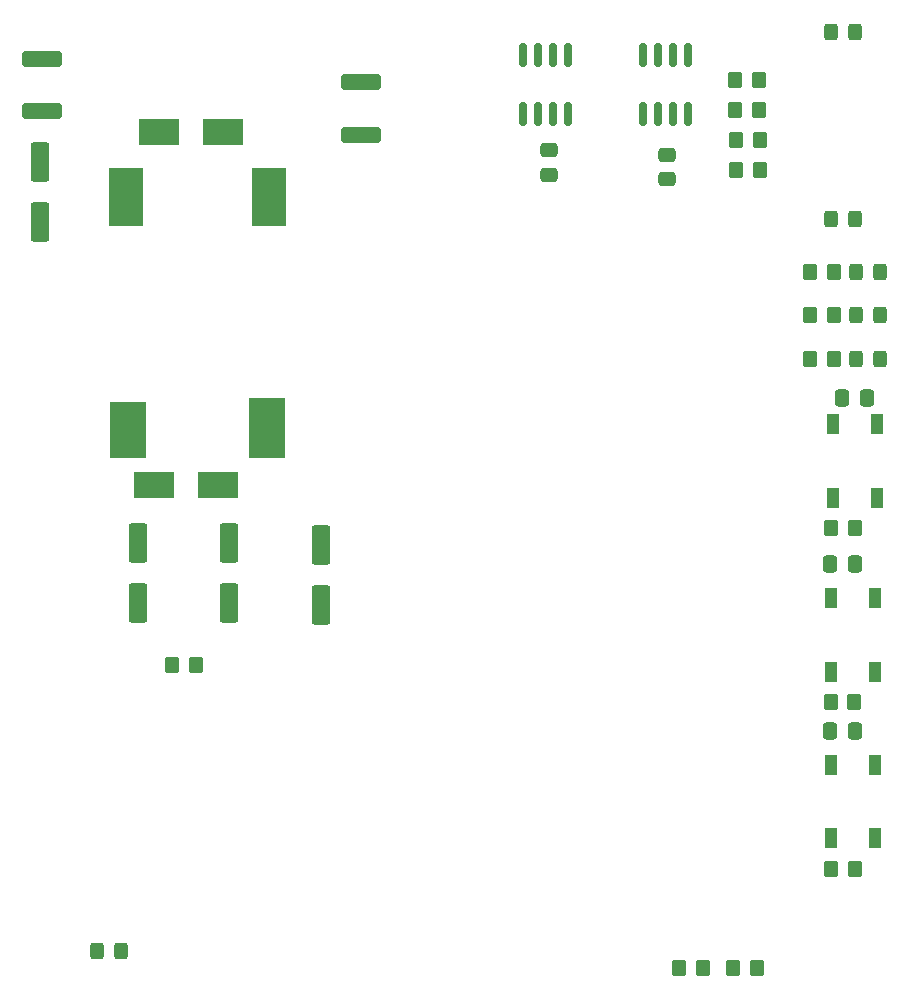
<source format=gtp>
G04 #@! TF.GenerationSoftware,KiCad,Pcbnew,6.0.4-6f826c9f35~116~ubuntu18.04.1*
G04 #@! TF.CreationDate,2022-04-20T12:00:40+08:00*
G04 #@! TF.ProjectId,Nucleo_F446Shield_v2,4e75636c-656f-45f4-9634-343653686965,rev?*
G04 #@! TF.SameCoordinates,Original*
G04 #@! TF.FileFunction,Paste,Top*
G04 #@! TF.FilePolarity,Positive*
%FSLAX46Y46*%
G04 Gerber Fmt 4.6, Leading zero omitted, Abs format (unit mm)*
G04 Created by KiCad (PCBNEW 6.0.4-6f826c9f35~116~ubuntu18.04.1) date 2022-04-20 12:00:40*
%MOMM*%
%LPD*%
G01*
G04 APERTURE LIST*
G04 Aperture macros list*
%AMRoundRect*
0 Rectangle with rounded corners*
0 $1 Rounding radius*
0 $2 $3 $4 $5 $6 $7 $8 $9 X,Y pos of 4 corners*
0 Add a 4 corners polygon primitive as box body*
4,1,4,$2,$3,$4,$5,$6,$7,$8,$9,$2,$3,0*
0 Add four circle primitives for the rounded corners*
1,1,$1+$1,$2,$3*
1,1,$1+$1,$4,$5*
1,1,$1+$1,$6,$7*
1,1,$1+$1,$8,$9*
0 Add four rect primitives between the rounded corners*
20,1,$1+$1,$2,$3,$4,$5,0*
20,1,$1+$1,$4,$5,$6,$7,0*
20,1,$1+$1,$6,$7,$8,$9,0*
20,1,$1+$1,$8,$9,$2,$3,0*%
G04 Aperture macros list end*
%ADD10RoundRect,0.250000X-1.450000X0.400000X-1.450000X-0.400000X1.450000X-0.400000X1.450000X0.400000X0*%
%ADD11RoundRect,0.250000X0.350000X0.450000X-0.350000X0.450000X-0.350000X-0.450000X0.350000X-0.450000X0*%
%ADD12RoundRect,0.250000X0.325000X0.450000X-0.325000X0.450000X-0.325000X-0.450000X0.325000X-0.450000X0*%
%ADD13RoundRect,0.250000X-0.350000X-0.450000X0.350000X-0.450000X0.350000X0.450000X-0.350000X0.450000X0*%
%ADD14R,2.940000X5.020000*%
%ADD15R,3.048000X4.826000*%
%ADD16R,3.070000X5.118000*%
%ADD17RoundRect,0.250000X-0.550000X1.412500X-0.550000X-1.412500X0.550000X-1.412500X0.550000X1.412500X0*%
%ADD18RoundRect,0.250000X-0.337500X-0.475000X0.337500X-0.475000X0.337500X0.475000X-0.337500X0.475000X0*%
%ADD19RoundRect,0.150000X0.150000X-0.825000X0.150000X0.825000X-0.150000X0.825000X-0.150000X-0.825000X0*%
%ADD20R,3.500000X2.300000*%
%ADD21R,1.100000X1.800000*%
%ADD22RoundRect,0.250000X-0.325000X-0.450000X0.325000X-0.450000X0.325000X0.450000X-0.325000X0.450000X0*%
%ADD23RoundRect,0.250000X-0.475000X0.337500X-0.475000X-0.337500X0.475000X-0.337500X0.475000X0.337500X0*%
G04 APERTURE END LIST*
D10*
X83566000Y-53020000D03*
X83566000Y-57470000D03*
D11*
X117062000Y-128016000D03*
X115062000Y-128016000D03*
D12*
X127517000Y-69088000D03*
X125467000Y-69088000D03*
D13*
X123333000Y-119634000D03*
X125333000Y-119634000D03*
D14*
X63656250Y-62741000D03*
X75740250Y-62741000D03*
D15*
X63856250Y-82456000D03*
D16*
X75551250Y-82310000D03*
D13*
X110506000Y-128016000D03*
X112506000Y-128016000D03*
D17*
X72390000Y-92061500D03*
X72390000Y-97136500D03*
D11*
X117205000Y-55372000D03*
X115205000Y-55372000D03*
D18*
X123295500Y-107950000D03*
X125370500Y-107950000D03*
D12*
X127517000Y-76454000D03*
X125467000Y-76454000D03*
D18*
X124311500Y-79756000D03*
X126386500Y-79756000D03*
D17*
X80137000Y-92204500D03*
X80137000Y-97279500D03*
D18*
X123295500Y-93853000D03*
X125370500Y-93853000D03*
D17*
X64643000Y-92061500D03*
X64643000Y-97136500D03*
D19*
X107442000Y-55688000D03*
X108712000Y-55688000D03*
X109982000Y-55688000D03*
X111252000Y-55688000D03*
X111252000Y-50738000D03*
X109982000Y-50738000D03*
X108712000Y-50738000D03*
X107442000Y-50738000D03*
X97282000Y-55688000D03*
X98552000Y-55688000D03*
X99822000Y-55688000D03*
X101092000Y-55688000D03*
X101092000Y-50738000D03*
X99822000Y-50738000D03*
X98552000Y-50738000D03*
X97282000Y-50738000D03*
D20*
X66007000Y-87106000D03*
X71407000Y-87106000D03*
D21*
X127199000Y-81990000D03*
X127199000Y-88190000D03*
X123499000Y-81990000D03*
X123499000Y-88190000D03*
D11*
X117332000Y-57912000D03*
X115332000Y-57912000D03*
D22*
X61205000Y-126619000D03*
X63255000Y-126619000D03*
D13*
X121555000Y-76454000D03*
X123555000Y-76454000D03*
D12*
X127517000Y-72771000D03*
X125467000Y-72771000D03*
D23*
X99441000Y-58779500D03*
X99441000Y-60854500D03*
D10*
X56515000Y-51033000D03*
X56515000Y-55483000D03*
D11*
X117332000Y-60452000D03*
X115332000Y-60452000D03*
D13*
X123333000Y-90805000D03*
X125333000Y-90805000D03*
D21*
X127072000Y-117019000D03*
X127072000Y-110819000D03*
X123372000Y-110819000D03*
X123372000Y-117019000D03*
D13*
X123317000Y-105537000D03*
X125317000Y-105537000D03*
D11*
X69580000Y-102362000D03*
X67580000Y-102362000D03*
D17*
X56388000Y-59803500D03*
X56388000Y-64878500D03*
D11*
X117205000Y-52832000D03*
X115205000Y-52832000D03*
D20*
X66421000Y-57261000D03*
X71821000Y-57261000D03*
D23*
X109474000Y-59160500D03*
X109474000Y-61235500D03*
D12*
X125358000Y-48768000D03*
X123308000Y-48768000D03*
D13*
X121555000Y-69088000D03*
X123555000Y-69088000D03*
D21*
X127072000Y-102922000D03*
X127072000Y-96722000D03*
X123372000Y-96722000D03*
X123372000Y-102922000D03*
D13*
X121555000Y-72771000D03*
X123555000Y-72771000D03*
D12*
X125358000Y-64643000D03*
X123308000Y-64643000D03*
M02*

</source>
